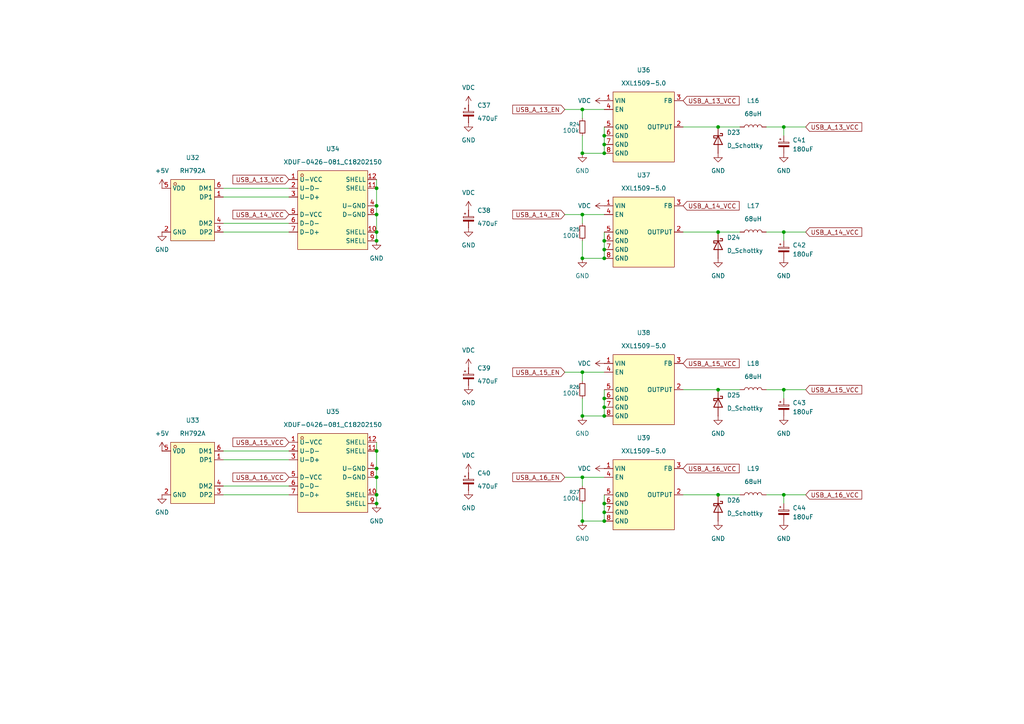
<source format=kicad_sch>
(kicad_sch (version 20250114) (generator "eeschema") (generator_version "9.0")
  (paper "A4")
  (lib_symbols
    (symbol "Device:C_Polarized_Small" (pin_numbers (hide yes)) (pin_names (offset 0.254) (hide yes))
      (property "Reference" "C" (at 0.254 1.778 0))
      (property "Value" "C_Polarized_Small" (at 0.254 -2.032 0))
      (symbol "C_Polarized_Small_0_1"
        (rectangle (start -1.524 0.6858) (end 1.524 0.3048))
        (rectangle (start -1.524 -0.3048) (end 1.524 -0.6858) (fill (type outline)))
        (polyline (pts (xy -1.27 1.524) (xy -0.762 1.524)))
        (polyline (pts (xy -1.016 1.27) (xy -1.016 1.778)))
      )
      (symbol "C_Polarized_Small_1_1"
        (pin passive line (at 0 2.54 270) (length 1.8542) (name "~") (number "1"))
        (pin passive line (at 0 -2.54 90) (length 1.8542) (name "~") (number "2"))
      )
    )
    (symbol "Device:D_Schottky" (pin_numbers (hide yes)) (pin_names (offset 1.016) (hide yes))
      (property "Reference" "D" (at 0 2.54 0))
      (property "Value" "D_Schottky" (at 0 -2.54 0))
      (symbol "D_Schottky_0_1"
        (polyline (pts (xy -1.905 0.635) (xy -1.905 1.27) (xy -1.27 1.27) (xy -1.27 -1.27) (xy -0.635 -1.27) (xy -0.635 -0.635)) (stroke (width 0.254)))
        (polyline (pts (xy 1.27 1.27) (xy 1.27 -1.27) (xy -1.27 0) (xy 1.27 1.27)) (stroke (width 0.254)))
        (polyline (pts (xy 1.27 0) (xy -1.27 0)))
      )
      (symbol "D_Schottky_1_1"
        (pin passive line (at -3.81 0 0) (length 2.54) (name "K") (number "1"))
        (pin passive line (at 3.81 0 180) (length 2.54) (name "A") (number "2"))
      )
    )
    (symbol "Device:L" (pin_numbers (hide yes)) (pin_names (offset 1.016) (hide yes))
      (property "Reference" "L" (at -1.27 0 90))
      (property "Value" "L" (at 1.905 0 90))
      (symbol "L_0_1"
        (arc (start 0 2.54) (mid 0.6323 1.905) (end 0 1.27))
        (arc (start 0 1.27) (mid 0.6323 0.635) (end 0 0))
        (arc (start 0 0) (mid 0.6323 -0.635) (end 0 -1.27))
        (arc (start 0 -1.27) (mid 0.6323 -1.905) (end 0 -2.54))
      )
      (symbol "L_1_1"
        (pin passive line (at 0 3.81 270) (length 1.27) (name "1") (number "1"))
        (pin passive line (at 0 -3.81 90) (length 1.27) (name "2") (number "2"))
      )
    )
    (symbol "Device:R_Small" (pin_numbers (hide yes)) (pin_names (offset 0.254) (hide yes))
      (property "Reference" "R" (at 0 0 90))
      (property "Value" "R_Small" (at 1.778 0 90))
      (symbol "R_Small_0_1"
        (rectangle (start -0.762 1.778) (end 0.762 -1.778) (stroke (width 0.2032)))
      )
      (symbol "R_Small_1_1"
        (pin passive line (at 0 2.54 270) (length 0.762) (name "~") (number "1"))
        (pin passive line (at 0 -2.54 90) (length 0.762) (name "~") (number "2"))
      )
    )
    (symbol "EasyEDA:RH792A"
      (property "Reference" "U" (at 0 7.62 0))
      (property "Value" "RH792A" (at 0 -14.986 0))
      (symbol "RH792A_0_1"
        (rectangle (start -6.35 5.08) (end 6.35 -12.7) (fill (type background)))
        (circle (center -5.08 3.81) (radius 0.38))
        (pin unspecified line (at -8.89 2.54 0) (length 2.54) (name "VDD") (number "5"))
        (pin unspecified line (at -8.89 -10.16 0) (length 2.54) (name "GND") (number "2"))
        (pin unspecified line (at 8.89 2.54 180) (length 2.54) (name "DM1") (number "6"))
        (pin unspecified line (at 8.89 0 180) (length 2.54) (name "DP1") (number "1"))
        (pin unspecified line (at 8.89 -7.62 180) (length 2.54) (name "DM2") (number "4"))
        (pin unspecified line (at 8.89 -10.16 180) (length 2.54) (name "DP2") (number "3"))
      )
    )
    (symbol "EasyEDA:XDUF-0426-081_C18202150"
      (property "Reference" "U" (at 0 15.24 0))
      (property "Value" "XDUF-0426-081_C18202150" (at 0 -12.7 0))
      (symbol "XDUF-0426-081_C18202150_0_1"
        (rectangle (start -10.16 12.7) (end 10.16 -10.16) (fill (type background)))
        (circle (center -8.89 11.43) (radius 0.38))
        (pin unspecified line (at -12.7 10.16 0) (length 2.54) (name "U-VCC") (number "1"))
        (pin unspecified line (at -12.7 7.62 0) (length 2.54) (name "U-D-") (number "2"))
        (pin unspecified line (at -12.7 5.08 0) (length 2.54) (name "U-D+") (number "3"))
        (pin unspecified line (at -12.7 0 0) (length 2.54) (name "D-VCC") (number "5"))
        (pin unspecified line (at -12.7 -2.54 0) (length 2.54) (name "D-D-") (number "6"))
        (pin unspecified line (at -12.7 -5.08 0) (length 2.54) (name "D-D+") (number "7"))
        (pin unspecified line (at 12.7 10.16 180) (length 2.54) (name "SHELL") (number "12"))
        (pin unspecified line (at 12.7 7.62 180) (length 2.54) (name "SHELL") (number "11"))
        (pin unspecified line (at 12.7 2.54 180) (length 2.54) (name "U-GND") (number "4"))
        (pin unspecified line (at 12.7 0 180) (length 2.54) (name "D-GND") (number "8"))
        (pin unspecified line (at 12.7 -5.08 180) (length 2.54) (name "SHELL") (number "10"))
        (pin unspecified line (at 12.7 -7.62 180) (length 2.54) (name "SHELL") (number "9"))
      )
    )
    (symbol "EasyEDA:XXL1509-5.0"
      (property "Reference" "U" (at 0 12.7 0))
      (property "Value" "XXL1509-5.0" (at 0 -12.7 0))
      (symbol "XXL1509-5.0_0_1"
        (rectangle (start -8.89 10.16) (end 8.89 -10.16) (fill (type background)))
        (pin unspecified line (at -11.43 7.62 0) (length 2.54) (name "FB") (number "3"))
        (pin unspecified line (at -11.43 0 0) (length 2.54) (name "OUTPUT") (number "2"))
        (pin unspecified line (at 11.43 7.62 180) (length 2.54) (name "VIN") (number "1"))
        (pin unspecified line (at 11.43 5.08 180) (length 2.54) (name "EN") (number "4"))
        (pin unspecified line (at 11.43 0 180) (length 2.54) (name "GND") (number "5"))
        (pin unspecified line (at 11.43 -2.54 180) (length 2.54) (name "GND") (number "6"))
        (pin unspecified line (at 11.43 -5.08 180) (length 2.54) (name "GND") (number "7"))
        (pin unspecified line (at 11.43 -7.62 180) (length 2.54) (name "GND") (number "8"))
      )
    )
    (symbol "power:+5V" (power) (pin_numbers (hide yes)) (pin_names (offset 0) (hide yes))
      (property "Value" "+5V" (at 0 3.556 0))
      (symbol "+5V_0_1"
        (polyline (pts (xy -0.762 1.27) (xy 0 2.54)))
        (polyline (pts (xy 0 2.54) (xy 0.762 1.27)))
        (polyline (pts (xy 0 0) (xy 0 2.54)))
      )
      (symbol "+5V_1_1"
        (pin power_in line (at 0 0 90) (length 0) (name "~") (number "1"))
      )
    )
    (symbol "power:GND" (power) (pin_numbers (hide yes)) (pin_names (offset 0) (hide yes))
      (property "Value" "GND" (at 0 -3.81 0))
      (symbol "GND_0_1"
        (polyline (pts (xy 0 0) (xy 0 -1.27) (xy 1.27 -1.27) (xy 0 -2.54) (xy -1.27 -1.27) (xy 0 -1.27)))
      )
      (symbol "GND_1_1"
        (pin power_in line (at 0 0 270) (length 0) (name "~") (number "1"))
      )
    )
    (symbol "power:VDC" (power) (pin_numbers (hide yes)) (pin_names (offset 0) (hide yes))
      (property "Value" "VDC" (at 0 3.556 0))
      (symbol "VDC_0_1"
        (polyline (pts (xy -0.762 1.27) (xy 0 2.54)))
        (polyline (pts (xy 0 2.54) (xy 0.762 1.27)))
        (polyline (pts (xy 0 0) (xy 0 2.54)))
      )
      (symbol "VDC_1_1"
        (pin power_in line (at 0 0 90) (length 0) (name "~") (number "1"))
      )
    )
  )
  (junction (at 168.91 31.75))
  (junction (at 175.26 74.93))
  (junction (at 208.28 36.83))
  (junction (at 168.91 44.45))
  (junction (at 109.22 62.23))
  (junction (at 175.26 72.39))
  (junction (at 109.22 69.85))
  (junction (at 109.22 130.81))
  (junction (at 175.26 118.11))
  (junction (at 109.22 146.05))
  (junction (at 175.26 146.05))
  (junction (at 175.26 115.57))
  (junction (at 227.33 143.51))
  (junction (at 208.28 113.03))
  (junction (at 175.26 151.13))
  (junction (at 175.26 44.45))
  (junction (at 109.22 138.43))
  (junction (at 175.26 120.65))
  (junction (at 175.26 148.59))
  (junction (at 168.91 151.13))
  (junction (at 208.28 143.51))
  (junction (at 168.91 107.95))
  (junction (at 227.33 36.83))
  (junction (at 109.22 54.61))
  (junction (at 168.91 120.65))
  (junction (at 175.26 41.91))
  (junction (at 109.22 59.69))
  (junction (at 175.26 69.85))
  (junction (at 208.28 67.31))
  (junction (at 168.91 138.43))
  (junction (at 227.33 113.03))
  (junction (at 109.22 67.31))
  (junction (at 227.33 67.31))
  (junction (at 175.26 39.37))
  (junction (at 109.22 143.51))
  (junction (at 109.22 135.89))
  (junction (at 168.91 74.93))
  (junction (at 168.91 62.23))
  (wire (pts (xy 227.33 146.05) (xy 227.33 143.51)))
  (wire (pts (xy 64.77 67.31) (xy 83.82 67.31)))
  (wire (pts (xy 168.91 62.23) (xy 168.91 64.77)))
  (wire (pts (xy 227.33 39.37) (xy 227.33 36.83)))
  (wire (pts (xy 175.26 120.65) (xy 175.26 118.11)))
  (wire (pts (xy 208.28 113.03) (xy 214.63 113.03)))
  (wire (pts (xy 175.26 36.83) (xy 175.26 39.37)))
  (wire (pts (xy 109.22 59.69) (xy 109.22 62.23)))
  (wire (pts (xy 168.91 151.13) (xy 175.26 151.13)))
  (wire (pts (xy 163.83 62.23) (xy 168.91 62.23)))
  (wire (pts (xy 64.77 54.61) (xy 83.82 54.61)))
  (wire (pts (xy 175.26 74.93) (xy 175.26 72.39)))
  (wire (pts (xy 168.91 44.45) (xy 175.26 44.45)))
  (wire (pts (xy 109.22 130.81) (xy 109.22 135.89)))
  (wire (pts (xy 64.77 64.77) (xy 83.82 64.77)))
  (wire (pts (xy 109.22 62.23) (xy 109.22 67.31)))
  (wire (pts (xy 198.12 113.03) (xy 208.28 113.03)))
  (wire (pts (xy 168.91 44.45) (xy 168.91 39.37)))
  (wire (pts (xy 163.83 138.43) (xy 168.91 138.43)))
  (wire (pts (xy 168.91 151.13) (xy 168.91 146.05)))
  (wire (pts (xy 208.28 36.83) (xy 214.63 36.83)))
  (wire (pts (xy 227.33 115.57) (xy 227.33 113.03)))
  (wire (pts (xy 222.25 36.83) (xy 227.33 36.83)))
  (wire (pts (xy 222.25 113.03) (xy 227.33 113.03)))
  (wire (pts (xy 168.91 31.75) (xy 168.91 34.29)))
  (wire (pts (xy 64.77 140.97) (xy 83.82 140.97)))
  (wire (pts (xy 168.91 107.95) (xy 175.26 107.95)))
  (wire (pts (xy 168.91 74.93) (xy 168.91 69.85)))
  (wire (pts (xy 168.91 120.65) (xy 168.91 115.57)))
  (wire (pts (xy 175.26 118.11) (xy 175.26 115.57)))
  (wire (pts (xy 198.12 67.31) (xy 208.28 67.31)))
  (wire (pts (xy 175.26 113.03) (xy 175.26 115.57)))
  (wire (pts (xy 208.28 143.51) (xy 214.63 143.51)))
  (wire (pts (xy 222.25 143.51) (xy 227.33 143.51)))
  (wire (pts (xy 198.12 36.83) (xy 208.28 36.83)))
  (wire (pts (xy 109.22 143.51) (xy 109.22 146.05)))
  (wire (pts (xy 175.26 151.13) (xy 175.26 148.59)))
  (wire (pts (xy 168.91 74.93) (xy 175.26 74.93)))
  (wire (pts (xy 222.25 67.31) (xy 227.33 67.31)))
  (wire (pts (xy 64.77 133.35) (xy 83.82 133.35)))
  (wire (pts (xy 227.33 67.31) (xy 233.68 67.31)))
  (wire (pts (xy 64.77 143.51) (xy 83.82 143.51)))
  (wire (pts (xy 109.22 52.07) (xy 109.22 54.61)))
  (wire (pts (xy 64.77 130.81) (xy 83.82 130.81)))
  (wire (pts (xy 175.26 67.31) (xy 175.26 69.85)))
  (wire (pts (xy 168.91 62.23) (xy 175.26 62.23)))
  (wire (pts (xy 227.33 36.83) (xy 233.68 36.83)))
  (wire (pts (xy 168.91 31.75) (xy 175.26 31.75)))
  (wire (pts (xy 168.91 107.95) (xy 168.91 110.49)))
  (wire (pts (xy 109.22 135.89) (xy 109.22 138.43)))
  (wire (pts (xy 64.77 57.15) (xy 83.82 57.15)))
  (wire (pts (xy 175.26 41.91) (xy 175.26 39.37)))
  (wire (pts (xy 227.33 143.51) (xy 233.68 143.51)))
  (wire (pts (xy 227.33 113.03) (xy 233.68 113.03)))
  (wire (pts (xy 109.22 54.61) (xy 109.22 59.69)))
  (wire (pts (xy 163.83 31.75) (xy 168.91 31.75)))
  (wire (pts (xy 168.91 120.65) (xy 175.26 120.65)))
  (wire (pts (xy 109.22 67.31) (xy 109.22 69.85)))
  (wire (pts (xy 175.26 44.45) (xy 175.26 41.91)))
  (wire (pts (xy 227.33 69.85) (xy 227.33 67.31)))
  (wire (pts (xy 109.22 128.27) (xy 109.22 130.81)))
  (wire (pts (xy 175.26 143.51) (xy 175.26 146.05)))
  (wire (pts (xy 208.28 67.31) (xy 214.63 67.31)))
  (wire (pts (xy 163.83 107.95) (xy 168.91 107.95)))
  (wire (pts (xy 168.91 138.43) (xy 175.26 138.43)))
  (wire (pts (xy 198.12 143.51) (xy 208.28 143.51)))
  (wire (pts (xy 175.26 148.59) (xy 175.26 146.05)))
  (wire (pts (xy 175.26 72.39) (xy 175.26 69.85)))
  (wire (pts (xy 109.22 138.43) (xy 109.22 143.51)))
  (wire (pts (xy 168.91 138.43) (xy 168.91 140.97)))
  (global_label "USB_A_16_VCC" (shape input) (at 233.68 143.51 0) (property "Intersheetrefs" "${INTERSHEET_REFS}" (effects (hide yes))))
  (global_label "USB_A_14_VCC" (shape input) (at 233.68 67.31 0) (property "Intersheetrefs" "${INTERSHEET_REFS}" (effects (hide yes))))
  (global_label "USB_A_16_EN" (shape input) (at 163.83 138.43 180) (property "Intersheetrefs" "${INTERSHEET_REFS}" (effects (hide yes))))
  (global_label "USB_A_15_VCC" (shape input) (at 198.12 105.41 0) (property "Intersheetrefs" "${INTERSHEET_REFS}" (effects (hide yes))))
  (global_label "USB_A_15_VCC" (shape input) (at 83.82 128.27 180) (property "Intersheetrefs" "${INTERSHEET_REFS}" (effects (hide yes))))
  (global_label "USB_A_14_VCC" (shape input) (at 83.82 62.23 180) (property "Intersheetrefs" "${INTERSHEET_REFS}" (effects (hide yes))))
  (global_label "USB_A_15_EN" (shape input) (at 163.83 107.95 180) (property "Intersheetrefs" "${INTERSHEET_REFS}" (effects (hide yes))))
  (global_label "USB_A_14_VCC" (shape input) (at 198.12 59.69 0) (property "Intersheetrefs" "${INTERSHEET_REFS}" (effects (hide yes))))
  (global_label "USB_A_13_VCC" (shape input) (at 233.68 36.83 0) (property "Intersheetrefs" "${INTERSHEET_REFS}" (effects (hide yes))))
  (global_label "USB_A_14_EN" (shape input) (at 163.83 62.23 180) (property "Intersheetrefs" "${INTERSHEET_REFS}" (effects (hide yes))))
  (global_label "USB_A_15_VCC" (shape input) (at 233.68 113.03 0) (property "Intersheetrefs" "${INTERSHEET_REFS}" (effects (hide yes))))
  (global_label "USB_A_13_VCC" (shape input) (at 198.12 29.21 0) (property "Intersheetrefs" "${INTERSHEET_REFS}" (effects (hide yes))))
  (global_label "USB_A_13_VCC" (shape input) (at 83.82 52.07 180) (property "Intersheetrefs" "${INTERSHEET_REFS}" (effects (hide yes))))
  (global_label "USB_A_16_VCC" (shape input) (at 198.12 135.89 0) (property "Intersheetrefs" "${INTERSHEET_REFS}" (effects (hide yes))))
  (global_label "USB_A_13_EN" (shape input) (at 163.83 31.75 180) (property "Intersheetrefs" "${INTERSHEET_REFS}" (effects (hide yes))))
  (global_label "USB_A_16_VCC" (shape input) (at 83.82 138.43 180) (property "Intersheetrefs" "${INTERSHEET_REFS}" (effects (hide yes))))
  (symbol (lib_id "power:GND") (at 208.28 74.93 0) (unit 1)
    (property "Reference" "#PWR0225" (effects (hide yes)))
    (property "Value" "GND" (at 208.28 80.01 0))
    (property "Description" "Power symbol creates a global label with name \"GND\" , ground" (effects (hide yes)))
  )
  (symbol (lib_id "power:GND") (at 208.28 151.13 0) (unit 1)
    (property "Reference" "#PWR0227" (effects (hide yes)))
    (property "Value" "GND" (at 208.28 156.21 0))
    (property "Description" "Power symbol creates a global label with name \"GND\" , ground" (effects (hide yes)))
  )
  (symbol (lib_id "power:+5V") (at 46.99 54.61 0) (unit 1)
    (property "Reference" "#PWR0202" (effects (hide yes)))
    (property "Value" "+5V" (at 46.99 49.53 0))
    (property "Description" "Power symbol creates a global label with name \"+5V\"" (effects (hide yes)))
  )
  (symbol (lib_id "EasyEDA:XXL1509-5.0") (at 186.69 143.51 0) (mirror y) (unit 1)
    (property "Reference" "U39" (at 186.69 127 0))
    (property "Value" "XXL1509-5.0" (at 186.69 130.81 0))
    (property "Footprint" "easyeda2kicad:SOIC-8_L4.9-W3.9-P1.27-LS6.0-BL" (effects (hide yes)))
    (property "LCSC Part" "C42376977" (effects (hide yes)))
  )
  (symbol (lib_id "Device:C_Polarized_Small") (at 135.89 109.22 0) (unit 1)
    (property "Reference" "C39" (at 138.43 106.7688 0) (effects (justify left)))
    (property "Value" "470uF" (at 138.43 110.5788 0) (effects (justify left)))
    (property "Description" "Polarized capacitor, small symbol" (effects (hide yes)))
  )
  (symbol (lib_id "Device:C_Polarized_Small") (at 227.33 148.59 0) (unit 1)
    (property "Reference" "C44" (at 229.87 147.32 0) (effects (justify left)))
    (property "Value" "180uF" (at 229.87 149.9488 0) (effects (justify left)))
    (property "Description" "Polarized capacitor, small symbol" (effects (hide yes)))
  )
  (symbol (lib_id "EasyEDA:XXL1509-5.0") (at 186.69 113.03 0) (mirror y) (unit 1)
    (property "Reference" "U38" (at 186.69 96.52 0))
    (property "Value" "XXL1509-5.0" (at 186.69 100.33 0))
    (property "Footprint" "easyeda2kicad:SOIC-8_L4.9-W3.9-P1.27-LS6.0-BL" (effects (hide yes)))
    (property "LCSC Part" "C42376977" (effects (hide yes)))
  )
  (symbol (lib_id "power:GND") (at 135.89 35.56 0) (unit 1)
    (property "Reference" "#PWR0209" (effects (hide yes)))
    (property "Value" "GND" (at 135.89 40.64 0))
    (property "Description" "Power symbol creates a global label with name \"GND\" , ground" (effects (hide yes)))
  )
  (symbol (lib_id "power:VDC") (at 175.26 29.21 90) (unit 1)
    (property "Reference" "#PWR0220" (effects (hide yes)))
    (property "Value" "VDC" (at 171.45 29.2099 90) (effects (justify left)))
    (property "Description" "Power symbol creates a global label with name \"VDC\"" (effects (hide yes)))
  )
  (symbol (lib_id "Device:R_Small") (at 168.91 67.31 180) (unit 1)
    (property "Reference" "R25" (at 166.624 66.548 0) (effects (font (size 1.016 1.016))))
    (property "Value" "100k" (at 165.608 68.326 0))
    (property "Description" "Resistor, small symbol" (effects (hide yes)))
  )
  (symbol (lib_id "power:VDC") (at 175.26 59.69 90) (unit 1)
    (property "Reference" "#PWR0221" (effects (hide yes)))
    (property "Value" "VDC" (at 171.45 59.6899 90) (effects (justify left)))
    (property "Description" "Power symbol creates a global label with name \"VDC\"" (effects (hide yes)))
  )
  (symbol (lib_id "Device:L") (at 218.44 36.83 90) (unit 1)
    (property "Reference" "L16" (at 218.44 29.21 90))
    (property "Value" "68uH" (at 218.44 33.02 90))
    (property "Description" "Inductor" (effects (hide yes)))
  )
  (symbol (lib_id "Device:C_Polarized_Small") (at 135.89 33.02 0) (unit 1)
    (property "Reference" "C37" (at 138.43 30.5688 0) (effects (justify left)))
    (property "Value" "470uF" (at 138.43 34.3788 0) (effects (justify left)))
    (property "Description" "Polarized capacitor, small symbol" (effects (hide yes)))
  )
  (symbol (lib_id "Device:D_Schottky") (at 208.28 147.32 270) (unit 1)
    (property "Reference" "D26" (at 210.82 145.0974 90) (effects (justify left)))
    (property "Value" "D_Schottky" (at 210.82 148.9074 90) (effects (justify left)))
    (property "Description" "Schottky diode" (effects (hide yes)))
  )
  (symbol (lib_id "Device:C_Polarized_Small") (at 227.33 72.39 0) (unit 1)
    (property "Reference" "C42" (at 229.87 71.12 0) (effects (justify left)))
    (property "Value" "180uF" (at 229.87 73.7488 0) (effects (justify left)))
    (property "Description" "Polarized capacitor, small symbol" (effects (hide yes)))
  )
  (symbol (lib_id "power:GND") (at 227.33 151.13 0) (unit 1)
    (property "Reference" "#PWR0231" (effects (hide yes)))
    (property "Value" "GND" (at 227.33 156.21 0))
    (property "Description" "Power symbol creates a global label with name \"GND\" , ground" (effects (hide yes)))
  )
  (symbol (lib_id "power:VDC") (at 135.89 60.96 0) (unit 1)
    (property "Reference" "#PWR0210" (effects (hide yes)))
    (property "Value" "VDC" (at 135.89 55.88 0))
    (property "Description" "Power symbol creates a global label with name \"VDC\"" (effects (hide yes)))
  )
  (symbol (lib_id "power:VDC") (at 175.26 135.89 90) (unit 1)
    (property "Reference" "#PWR0223" (effects (hide yes)))
    (property "Value" "VDC" (at 171.45 135.8899 90) (effects (justify left)))
    (property "Description" "Power symbol creates a global label with name \"VDC\"" (effects (hide yes)))
  )
  (symbol (lib_id "Device:C_Polarized_Small") (at 227.33 118.11 0) (unit 1)
    (property "Reference" "C43" (at 229.87 116.84 0) (effects (justify left)))
    (property "Value" "180uF" (at 229.87 119.4688 0) (effects (justify left)))
    (property "Description" "Polarized capacitor, small symbol" (effects (hide yes)))
  )
  (symbol (lib_id "power:GND") (at 208.28 120.65 0) (unit 1)
    (property "Reference" "#PWR0226" (effects (hide yes)))
    (property "Value" "GND" (at 208.28 125.73 0))
    (property "Description" "Power symbol creates a global label with name \"GND\" , ground" (effects (hide yes)))
  )
  (symbol (lib_id "power:GND") (at 227.33 74.93 0) (unit 1)
    (property "Reference" "#PWR0229" (effects (hide yes)))
    (property "Value" "GND" (at 227.33 80.01 0))
    (property "Description" "Power symbol creates a global label with name \"GND\" , ground" (effects (hide yes)))
  )
  (symbol (lib_id "power:GND") (at 227.33 44.45 0) (unit 1)
    (property "Reference" "#PWR0228" (effects (hide yes)))
    (property "Value" "GND" (at 227.33 49.53 0))
    (property "Description" "Power symbol creates a global label with name \"GND\" , ground" (effects (hide yes)))
  )
  (symbol (lib_id "power:GND") (at 109.22 146.05 0) (unit 1)
    (property "Reference" "#PWR0207" (effects (hide yes)))
    (property "Value" "GND" (at 109.22 151.13 0))
    (property "Description" "Power symbol creates a global label with name \"GND\" , ground" (effects (hide yes)))
  )
  (symbol (lib_id "power:GND") (at 46.99 67.31 0) (unit 1)
    (property "Reference" "#PWR0203" (effects (hide yes)))
    (property "Value" "GND" (at 46.99 72.39 0))
    (property "Description" "Power symbol creates a global label with name \"GND\" , ground" (effects (hide yes)))
  )
  (symbol (lib_id "power:GND") (at 135.89 142.24 0) (unit 1)
    (property "Reference" "#PWR0215" (effects (hide yes)))
    (property "Value" "GND" (at 135.89 147.32 0))
    (property "Description" "Power symbol creates a global label with name \"GND\" , ground" (effects (hide yes)))
  )
  (symbol (lib_id "Device:C_Polarized_Small") (at 135.89 139.7 0) (unit 1)
    (property "Reference" "C40" (at 138.43 137.2488 0) (effects (justify left)))
    (property "Value" "470uF" (at 138.43 141.0588 0) (effects (justify left)))
    (property "Description" "Polarized capacitor, small symbol" (effects (hide yes)))
  )
  (symbol (lib_id "Device:C_Polarized_Small") (at 135.89 63.5 0) (unit 1)
    (property "Reference" "C38" (at 138.43 61.0488 0) (effects (justify left)))
    (property "Value" "470uF" (at 138.43 64.8588 0) (effects (justify left)))
    (property "Description" "Polarized capacitor, small symbol" (effects (hide yes)))
  )
  (symbol (lib_id "power:GND") (at 168.91 44.45 0) (mirror y) (unit 1)
    (property "Reference" "#PWR0216" (effects (hide yes)))
    (property "Value" "GND" (at 168.91 49.53 0))
    (property "Description" "Power symbol creates a global label with name \"GND\" , ground" (effects (hide yes)))
  )
  (symbol (lib_id "power:VDC") (at 135.89 137.16 0) (unit 1)
    (property "Reference" "#PWR0214" (effects (hide yes)))
    (property "Value" "VDC" (at 135.89 132.08 0))
    (property "Description" "Power symbol creates a global label with name \"VDC\"" (effects (hide yes)))
  )
  (symbol (lib_id "EasyEDA:XXL1509-5.0") (at 186.69 36.83 0) (mirror y) (unit 1)
    (property "Reference" "U36" (at 186.69 20.32 0))
    (property "Value" "XXL1509-5.0" (at 186.69 24.13 0))
    (property "Footprint" "easyeda2kicad:SOIC-8_L4.9-W3.9-P1.27-LS6.0-BL" (effects (hide yes)))
    (property "LCSC Part" "C42376977" (effects (hide yes)))
  )
  (symbol (lib_id "Device:R_Small") (at 168.91 113.03 180) (unit 1)
    (property "Reference" "R26" (at 166.624 112.268 0) (effects (font (size 1.016 1.016))))
    (property "Value" "100k" (at 165.608 114.046 0))
    (property "Description" "Resistor, small symbol" (effects (hide yes)))
  )
  (symbol (lib_id "power:GND") (at 208.28 44.45 0) (unit 1)
    (property "Reference" "#PWR0224" (effects (hide yes)))
    (property "Value" "GND" (at 208.28 49.53 0))
    (property "Description" "Power symbol creates a global label with name \"GND\" , ground" (effects (hide yes)))
  )
  (symbol (lib_id "EasyEDA:XXL1509-5.0") (at 186.69 67.31 0) (mirror y) (unit 1)
    (property "Reference" "U37" (at 186.69 50.8 0))
    (property "Value" "XXL1509-5.0" (at 186.69 54.61 0))
    (property "Footprint" "easyeda2kicad:SOIC-8_L4.9-W3.9-P1.27-LS6.0-BL" (effects (hide yes)))
    (property "LCSC Part" "C42376977" (effects (hide yes)))
  )
  (symbol (lib_id "EasyEDA:RH792A") (at 55.88 133.35 0) (unit 1)
    (property "Reference" "U33" (at 55.88 121.92 0))
    (property "Value" "RH792A" (at 55.88 125.73 0))
    (property "Footprint" "easyeda2kicad:SOT-23-6_L2.9-W1.6-P0.95-LS2.9-BL" (effects (hide yes)))
    (property "LCSC Part" "C240192" (effects (hide yes)))
  )
  (symbol (lib_id "power:+5V") (at 46.99 130.81 0) (unit 1)
    (property "Reference" "#PWR0204" (effects (hide yes)))
    (property "Value" "+5V" (at 46.99 125.73 0))
    (property "Description" "Power symbol creates a global label with name \"+5V\"" (effects (hide yes)))
  )
  (symbol (lib_id "power:GND") (at 168.91 151.13 0) (mirror y) (unit 1)
    (property "Reference" "#PWR0219" (effects (hide yes)))
    (property "Value" "GND" (at 168.91 156.21 0))
    (property "Description" "Power symbol creates a global label with name \"GND\" , ground" (effects (hide yes)))
  )
  (symbol (lib_id "power:VDC") (at 135.89 30.48 0) (unit 1)
    (property "Reference" "#PWR0208" (effects (hide yes)))
    (property "Value" "VDC" (at 135.89 25.4 0))
    (property "Description" "Power symbol creates a global label with name \"VDC\"" (effects (hide yes)))
  )
  (symbol (lib_id "power:VDC") (at 175.26 105.41 90) (unit 1)
    (property "Reference" "#PWR0222" (effects (hide yes)))
    (property "Value" "VDC" (at 171.45 105.4099 90) (effects (justify left)))
    (property "Description" "Power symbol creates a global label with name \"VDC\"" (effects (hide yes)))
  )
  (symbol (lib_id "power:GND") (at 168.91 120.65 0) (mirror y) (unit 1)
    (property "Reference" "#PWR0218" (effects (hide yes)))
    (property "Value" "GND" (at 168.91 125.73 0))
    (property "Description" "Power symbol creates a global label with name \"GND\" , ground" (effects (hide yes)))
  )
  (symbol (lib_id "Device:C_Polarized_Small") (at 227.33 41.91 0) (unit 1)
    (property "Reference" "C41" (at 229.87 40.64 0) (effects (justify left)))
    (property "Value" "180uF" (at 229.87 43.2688 0) (effects (justify left)))
    (property "Description" "Polarized capacitor, small symbol" (effects (hide yes)))
  )
  (symbol (lib_id "power:GND") (at 135.89 111.76 0) (unit 1)
    (property "Reference" "#PWR0213" (effects (hide yes)))
    (property "Value" "GND" (at 135.89 116.84 0))
    (property "Description" "Power symbol creates a global label with name \"GND\" , ground" (effects (hide yes)))
  )
  (symbol (lib_id "Device:L") (at 218.44 67.31 90) (unit 1)
    (property "Reference" "L17" (at 218.44 59.69 90))
    (property "Value" "68uH" (at 218.44 63.5 90))
    (property "Description" "Inductor" (effects (hide yes)))
  )
  (symbol (lib_id "power:GND") (at 168.91 74.93 0) (mirror y) (unit 1)
    (property "Reference" "#PWR0217" (effects (hide yes)))
    (property "Value" "GND" (at 168.91 80.01 0))
    (property "Description" "Power symbol creates a global label with name \"GND\" , ground" (effects (hide yes)))
  )
  (symbol (lib_id "Device:L") (at 218.44 113.03 90) (unit 1)
    (property "Reference" "L18" (at 218.44 105.41 90))
    (property "Value" "68uH" (at 218.44 109.22 90))
    (property "Description" "Inductor" (effects (hide yes)))
  )
  (symbol (lib_id "power:GND") (at 227.33 120.65 0) (unit 1)
    (property "Reference" "#PWR0230" (effects (hide yes)))
    (property "Value" "GND" (at 227.33 125.73 0))
    (property "Description" "Power symbol creates a global label with name \"GND\" , ground" (effects (hide yes)))
  )
  (symbol (lib_id "EasyEDA:XDUF-0426-081_C18202150") (at 96.52 138.43 0) (unit 1)
    (property "Reference" "U35" (at 96.52 119.38 0))
    (property "Value" "XDUF-0426-081_C18202150" (at 96.52 123.19 0))
    (property "Footprint" "easyeda2kicad:USB-A-TH_XDUF-0426-081" (effects (hide yes)))
    (property "LCSC Part" "C18202150" (effects (hide yes)))
  )
  (symbol (lib_id "Device:R_Small") (at 168.91 143.51 180) (unit 1)
    (property "Reference" "R27" (at 166.624 142.748 0) (effects (font (size 1.016 1.016))))
    (property "Value" "100k" (at 165.608 144.526 0))
    (property "Description" "Resistor, small symbol" (effects (hide yes)))
  )
  (symbol (lib_id "Device:R_Small") (at 168.91 36.83 180) (unit 1)
    (property "Reference" "R24" (at 166.624 36.068 0) (effects (font (size 1.016 1.016))))
    (property "Value" "100k" (at 165.608 37.846 0))
    (property "Description" "Resistor, small symbol" (effects (hide yes)))
  )
  (symbol (lib_id "Device:L") (at 218.44 143.51 90) (unit 1)
    (property "Reference" "L19" (at 218.44 135.89 90))
    (property "Value" "68uH" (at 218.44 139.7 90))
    (property "Description" "Inductor" (effects (hide yes)))
  )
  (symbol (lib_id "power:VDC") (at 135.89 106.68 0) (unit 1)
    (property "Reference" "#PWR0212" (effects (hide yes)))
    (property "Value" "VDC" (at 135.89 101.6 0))
    (property "Description" "Power symbol creates a global label with name \"VDC\"" (effects (hide yes)))
  )
  (symbol (lib_id "power:GND") (at 109.22 69.85 0) (unit 1)
    (property "Reference" "#PWR0206" (effects (hide yes)))
    (property "Value" "GND" (at 109.22 74.93 0))
    (property "Description" "Power symbol creates a global label with name \"GND\" , ground" (effects (hide yes)))
  )
  (symbol (lib_id "power:GND") (at 135.89 66.04 0) (unit 1)
    (property "Reference" "#PWR0211" (effects (hide yes)))
    (property "Value" "GND" (at 135.89 71.12 0))
    (property "Description" "Power symbol creates a global label with name \"GND\" , ground" (effects (hide yes)))
  )
  (symbol (lib_id "Device:D_Schottky") (at 208.28 40.64 270) (unit 1)
    (property "Reference" "D23" (at 210.82 38.4174 90) (effects (justify left)))
    (property "Value" "D_Schottky" (at 210.82 42.2274 90) (effects (justify left)))
    (property "Description" "Schottky diode" (effects (hide yes)))
  )
  (symbol (lib_id "power:GND") (at 46.99 143.51 0) (unit 1)
    (property "Reference" "#PWR0205" (effects (hide yes)))
    (property "Value" "GND" (at 46.99 148.59 0))
    (property "Description" "Power symbol creates a global label with name \"GND\" , ground" (effects (hide yes)))
  )
  (symbol (lib_id "EasyEDA:XDUF-0426-081_C18202150") (at 96.52 62.23 0) (unit 1)
    (property "Reference" "U34" (at 96.52 43.18 0))
    (property "Value" "XDUF-0426-081_C18202150" (at 96.52 46.99 0))
    (property "Footprint" "easyeda2kicad:USB-A-TH_XDUF-0426-081" (effects (hide yes)))
    (property "LCSC Part" "C18202150" (effects (hide yes)))
  )
  (symbol (lib_id "Device:D_Schottky") (at 208.28 116.84 270) (unit 1)
    (property "Reference" "D25" (at 210.82 114.6174 90) (effects (justify left)))
    (property "Value" "D_Schottky" (at 210.82 118.4274 90) (effects (justify left)))
    (property "Description" "Schottky diode" (effects (hide yes)))
  )
  (symbol (lib_id "Device:D_Schottky") (at 208.28 71.12 270) (unit 1)
    (property "Reference" "D24" (at 210.82 68.8974 90) (effects (justify left)))
    (property "Value" "D_Schottky" (at 210.82 72.7074 90) (effects (justify left)))
    (property "Description" "Schottky diode" (effects (hide yes)))
  )
  (symbol (lib_id "EasyEDA:RH792A") (at 55.88 57.15 0) (unit 1)
    (property "Reference" "U32" (at 55.88 45.72 0))
    (property "Value" "RH792A" (at 55.88 49.53 0))
    (property "Footprint" "easyeda2kicad:SOT-23-6_L2.9-W1.6-P0.95-LS2.9-BL" (effects (hide yes)))
    (property "LCSC Part" "C240192" (effects (hide yes)))
  )
)
</source>
